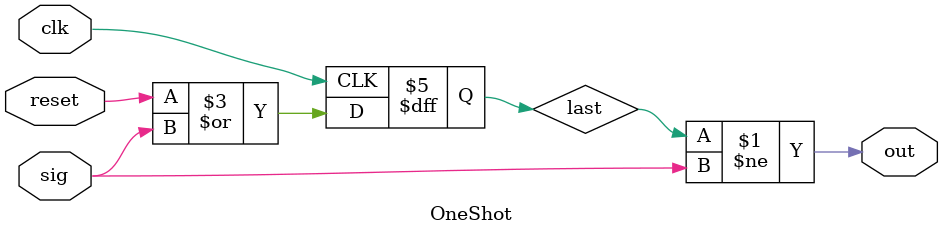
<source format=sv>
`timescale 1ns / 1ps


module OneShot(
    input clk,
    input sig,
    input reset = 0,
    output out
    );
    reg last = 0;
    
    assign out = last != sig;
    
    always @(posedge clk) begin
        last <= reset | sig;
    end
    
endmodule

</source>
